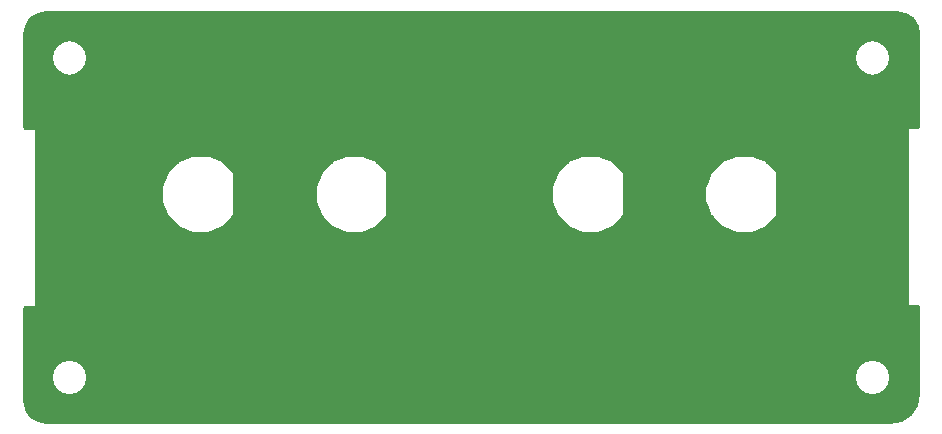
<source format=gtl>
G04 #@! TF.FileFunction,Copper,L1,Top,Signal*
%FSLAX46Y46*%
G04 Gerber Fmt 4.6, Leading zero omitted, Abs format (unit mm)*
G04 Created by KiCad (PCBNEW (2016-09-17 revision 679eef1)-makepkg) date 09/24/16 16:35:10*
%MOMM*%
%LPD*%
G01*
G04 APERTURE LIST*
%ADD10C,0.150000*%
%ADD11C,0.800000*%
%ADD12C,0.254000*%
G04 APERTURE END LIST*
D10*
D11*
X24230000Y-15530000D03*
X24745802Y-13605000D03*
X26155000Y-12195802D03*
X28080000Y-11680000D03*
X30005000Y-12195802D03*
X31414198Y-13605000D03*
X31930000Y-15530000D03*
X31414198Y-17455000D03*
X30005000Y-18864198D03*
X28080000Y-19380000D03*
X26155000Y-18864198D03*
X24745802Y-17455000D03*
X11230000Y-15530000D03*
X11745802Y-13605000D03*
X13155000Y-12195802D03*
X15080000Y-11680000D03*
X17005000Y-12195802D03*
X18414198Y-13605000D03*
X18930000Y-15530000D03*
X18414198Y-17455000D03*
X17005000Y-18864198D03*
X15080000Y-19380000D03*
X13155000Y-18864198D03*
X11745802Y-17455000D03*
X57230000Y-15530000D03*
X57745802Y-13605000D03*
X59155000Y-12195802D03*
X61080000Y-11680000D03*
X63005000Y-12195802D03*
X64414198Y-13605000D03*
X64930000Y-15530000D03*
X64414198Y-17455000D03*
X63005000Y-18864198D03*
X61080000Y-19380000D03*
X59155000Y-18864198D03*
X57745802Y-17455000D03*
X44230000Y-15530000D03*
X44745802Y-13605000D03*
X46155000Y-12195802D03*
X48080000Y-11680000D03*
X50005000Y-12195802D03*
X51414198Y-13605000D03*
X51930000Y-15530000D03*
X51414198Y-17455000D03*
X50005000Y-18864198D03*
X48080000Y-19380000D03*
X46155000Y-18864198D03*
X44745802Y-17455000D03*
D12*
G36*
X74701912Y-281292D02*
X75305443Y-684557D01*
X75708708Y-1288088D01*
X75853000Y-2013495D01*
X75853000Y-9706505D01*
X75838112Y-9781352D01*
X75803361Y-9833360D01*
X75751352Y-9868112D01*
X75676505Y-9883000D01*
X74999999Y-9883000D01*
X74947571Y-9893429D01*
X74903125Y-9923126D01*
X74873428Y-9967572D01*
X74862999Y-10020000D01*
X74863000Y-24860000D01*
X74873429Y-24912428D01*
X74903126Y-24956874D01*
X74947572Y-24986571D01*
X75000000Y-24997000D01*
X75676505Y-24997000D01*
X75751352Y-25011888D01*
X75803361Y-25046640D01*
X75838112Y-25098648D01*
X75853000Y-25173495D01*
X75853000Y-32486505D01*
X75671408Y-33399429D01*
X75161926Y-34161923D01*
X74399429Y-34671408D01*
X73486495Y-34853002D01*
X2013486Y-34862998D01*
X1288088Y-34718708D01*
X684557Y-34315443D01*
X281292Y-33711912D01*
X137000Y-32986505D01*
X137000Y-31035000D01*
X2408000Y-31035000D01*
X2524997Y-31623184D01*
X2858177Y-32121823D01*
X3356816Y-32455003D01*
X3945000Y-32572000D01*
X4533184Y-32455003D01*
X5031823Y-32121823D01*
X5365003Y-31623184D01*
X5477027Y-31060000D01*
X70383000Y-31060000D01*
X70499997Y-31648184D01*
X70833177Y-32146823D01*
X71331816Y-32480003D01*
X71920000Y-32597000D01*
X72508184Y-32480003D01*
X73006823Y-32146823D01*
X73340003Y-31648184D01*
X73457000Y-31060000D01*
X73340003Y-30471816D01*
X73006823Y-29973177D01*
X72508184Y-29639997D01*
X71920000Y-29523000D01*
X71331816Y-29639997D01*
X70833177Y-29973177D01*
X70499997Y-30471816D01*
X70383000Y-31060000D01*
X5477027Y-31060000D01*
X5482000Y-31035000D01*
X5365003Y-30446816D01*
X5031823Y-29948177D01*
X4533184Y-29614997D01*
X3945000Y-29498000D01*
X3356816Y-29614997D01*
X2858177Y-29948177D01*
X2524997Y-30446816D01*
X2408000Y-31035000D01*
X137000Y-31035000D01*
X137000Y-25273495D01*
X151888Y-25198648D01*
X186640Y-25146639D01*
X238648Y-25111888D01*
X313495Y-25097000D01*
X990000Y-25097000D01*
X1042428Y-25086571D01*
X1086874Y-25056874D01*
X1116571Y-25012428D01*
X1127000Y-24960000D01*
X1127000Y-16159117D01*
X11753948Y-16159117D01*
X11764297Y-16211561D01*
X12247882Y-17384054D01*
X12253586Y-17392618D01*
X12277513Y-17428545D01*
X13172980Y-18326727D01*
X13199562Y-18344546D01*
X13217381Y-18356492D01*
X14388404Y-18843624D01*
X14440816Y-18854132D01*
X15709117Y-18856052D01*
X15761561Y-18845703D01*
X16934054Y-18362118D01*
X16951839Y-18350272D01*
X16978545Y-18332487D01*
X17876727Y-17437020D01*
X17876785Y-17436933D01*
X17876874Y-17436874D01*
X17891838Y-17414477D01*
X17906492Y-17392618D01*
X17906513Y-17392515D01*
X17906571Y-17392428D01*
X17911748Y-17366403D01*
X17917000Y-17340207D01*
X17916979Y-17340103D01*
X17917000Y-17340000D01*
X17917000Y-16159117D01*
X24753948Y-16159117D01*
X24764297Y-16211561D01*
X25247882Y-17384054D01*
X25253586Y-17392618D01*
X25277513Y-17428545D01*
X26172980Y-18326727D01*
X26199562Y-18344546D01*
X26217381Y-18356492D01*
X27388404Y-18843624D01*
X27440816Y-18854132D01*
X28709117Y-18856052D01*
X28761561Y-18845703D01*
X29934054Y-18362118D01*
X29951839Y-18350272D01*
X29978545Y-18332487D01*
X30876727Y-17437020D01*
X30876785Y-17436933D01*
X30876874Y-17436874D01*
X30891838Y-17414477D01*
X30906492Y-17392618D01*
X30906513Y-17392515D01*
X30906571Y-17392428D01*
X30911748Y-17366403D01*
X30917000Y-17340207D01*
X30916979Y-17340103D01*
X30917000Y-17340000D01*
X30917000Y-16159117D01*
X44753948Y-16159117D01*
X44764297Y-16211561D01*
X45247882Y-17384054D01*
X45253586Y-17392618D01*
X45277513Y-17428545D01*
X46172980Y-18326727D01*
X46199562Y-18344546D01*
X46217381Y-18356492D01*
X47388404Y-18843624D01*
X47440816Y-18854132D01*
X48709117Y-18856052D01*
X48761561Y-18845703D01*
X49934054Y-18362118D01*
X49951839Y-18350272D01*
X49978545Y-18332487D01*
X50876727Y-17437020D01*
X50876785Y-17436933D01*
X50876874Y-17436874D01*
X50891838Y-17414477D01*
X50906492Y-17392618D01*
X50906513Y-17392515D01*
X50906571Y-17392428D01*
X50911748Y-17366403D01*
X50917000Y-17340207D01*
X50916979Y-17340103D01*
X50917000Y-17340000D01*
X50917000Y-16159117D01*
X57753948Y-16159117D01*
X57764297Y-16211561D01*
X58247882Y-17384054D01*
X58253586Y-17392618D01*
X58277513Y-17428545D01*
X59172980Y-18326727D01*
X59199562Y-18344546D01*
X59217381Y-18356492D01*
X60388404Y-18843624D01*
X60440816Y-18854132D01*
X61709117Y-18856052D01*
X61761561Y-18845703D01*
X62934054Y-18362118D01*
X62951839Y-18350272D01*
X62978545Y-18332487D01*
X63876727Y-17437020D01*
X63876785Y-17436933D01*
X63876874Y-17436874D01*
X63891838Y-17414477D01*
X63906492Y-17392618D01*
X63906513Y-17392515D01*
X63906571Y-17392428D01*
X63911748Y-17366403D01*
X63917000Y-17340207D01*
X63916979Y-17340103D01*
X63917000Y-17340000D01*
X63917000Y-13720000D01*
X63906571Y-13667572D01*
X63876874Y-13623126D01*
X62986874Y-12733126D01*
X62964560Y-12718217D01*
X62942619Y-12703508D01*
X61771596Y-12216376D01*
X61719184Y-12205868D01*
X60450883Y-12203948D01*
X60442239Y-12205654D01*
X60398439Y-12214297D01*
X59225946Y-12697882D01*
X59217499Y-12703508D01*
X59181455Y-12727513D01*
X58283273Y-13622980D01*
X58253508Y-13667381D01*
X57766376Y-14838404D01*
X57755868Y-14890816D01*
X57753948Y-16159117D01*
X50917000Y-16159117D01*
X50917000Y-13720000D01*
X50906571Y-13667572D01*
X50876874Y-13623126D01*
X49986874Y-12733126D01*
X49964560Y-12718217D01*
X49942619Y-12703508D01*
X48771596Y-12216376D01*
X48719184Y-12205868D01*
X47450883Y-12203948D01*
X47442239Y-12205654D01*
X47398439Y-12214297D01*
X46225946Y-12697882D01*
X46217499Y-12703508D01*
X46181455Y-12727513D01*
X45283273Y-13622980D01*
X45253508Y-13667381D01*
X44766376Y-14838404D01*
X44755868Y-14890816D01*
X44753948Y-16159117D01*
X30917000Y-16159117D01*
X30917000Y-13720000D01*
X30906571Y-13667572D01*
X30876874Y-13623126D01*
X29986874Y-12733126D01*
X29964560Y-12718217D01*
X29942619Y-12703508D01*
X28771596Y-12216376D01*
X28719184Y-12205868D01*
X27450883Y-12203948D01*
X27442239Y-12205654D01*
X27398439Y-12214297D01*
X26225946Y-12697882D01*
X26217499Y-12703508D01*
X26181455Y-12727513D01*
X25283273Y-13622980D01*
X25253508Y-13667381D01*
X24766376Y-14838404D01*
X24755868Y-14890816D01*
X24753948Y-16159117D01*
X17917000Y-16159117D01*
X17917000Y-13720000D01*
X17906571Y-13667572D01*
X17876874Y-13623126D01*
X16986874Y-12733126D01*
X16964560Y-12718217D01*
X16942619Y-12703508D01*
X15771596Y-12216376D01*
X15719184Y-12205868D01*
X14450883Y-12203948D01*
X14442239Y-12205654D01*
X14398439Y-12214297D01*
X13225946Y-12697882D01*
X13217499Y-12703508D01*
X13181455Y-12727513D01*
X12283273Y-13622980D01*
X12253508Y-13667381D01*
X11766376Y-14838404D01*
X11755868Y-14890816D01*
X11753948Y-16159117D01*
X1127000Y-16159117D01*
X1127000Y-10120000D01*
X1116571Y-10067572D01*
X1086874Y-10023126D01*
X1042428Y-9993429D01*
X990000Y-9983000D01*
X313495Y-9983000D01*
X238648Y-9968112D01*
X186640Y-9933361D01*
X151888Y-9881352D01*
X137000Y-9806505D01*
X137000Y-3985000D01*
X2408000Y-3985000D01*
X2524997Y-4573184D01*
X2858177Y-5071823D01*
X3356816Y-5405003D01*
X3945000Y-5522000D01*
X4533184Y-5405003D01*
X5031823Y-5071823D01*
X5365003Y-4573184D01*
X5482000Y-3985000D01*
X70408000Y-3985000D01*
X70524997Y-4573184D01*
X70858177Y-5071823D01*
X71356816Y-5405003D01*
X71945000Y-5522000D01*
X72533184Y-5405003D01*
X73031823Y-5071823D01*
X73365003Y-4573184D01*
X73482000Y-3985000D01*
X73365003Y-3396816D01*
X73031823Y-2898177D01*
X72533184Y-2564997D01*
X71945000Y-2448000D01*
X71356816Y-2564997D01*
X70858177Y-2898177D01*
X70524997Y-3396816D01*
X70408000Y-3985000D01*
X5482000Y-3985000D01*
X5365003Y-3396816D01*
X5031823Y-2898177D01*
X4533184Y-2564997D01*
X3945000Y-2448000D01*
X3356816Y-2564997D01*
X2858177Y-2898177D01*
X2524997Y-3396816D01*
X2408000Y-3985000D01*
X137000Y-3985000D01*
X137000Y-2013496D01*
X281292Y-1288089D01*
X684557Y-684558D01*
X1288085Y-281293D01*
X2013494Y-137000D01*
X73976505Y-137000D01*
X74701912Y-281292D01*
X74701912Y-281292D01*
G37*
X74701912Y-281292D02*
X75305443Y-684557D01*
X75708708Y-1288088D01*
X75853000Y-2013495D01*
X75853000Y-9706505D01*
X75838112Y-9781352D01*
X75803361Y-9833360D01*
X75751352Y-9868112D01*
X75676505Y-9883000D01*
X74999999Y-9883000D01*
X74947571Y-9893429D01*
X74903125Y-9923126D01*
X74873428Y-9967572D01*
X74862999Y-10020000D01*
X74863000Y-24860000D01*
X74873429Y-24912428D01*
X74903126Y-24956874D01*
X74947572Y-24986571D01*
X75000000Y-24997000D01*
X75676505Y-24997000D01*
X75751352Y-25011888D01*
X75803361Y-25046640D01*
X75838112Y-25098648D01*
X75853000Y-25173495D01*
X75853000Y-32486505D01*
X75671408Y-33399429D01*
X75161926Y-34161923D01*
X74399429Y-34671408D01*
X73486495Y-34853002D01*
X2013486Y-34862998D01*
X1288088Y-34718708D01*
X684557Y-34315443D01*
X281292Y-33711912D01*
X137000Y-32986505D01*
X137000Y-31035000D01*
X2408000Y-31035000D01*
X2524997Y-31623184D01*
X2858177Y-32121823D01*
X3356816Y-32455003D01*
X3945000Y-32572000D01*
X4533184Y-32455003D01*
X5031823Y-32121823D01*
X5365003Y-31623184D01*
X5477027Y-31060000D01*
X70383000Y-31060000D01*
X70499997Y-31648184D01*
X70833177Y-32146823D01*
X71331816Y-32480003D01*
X71920000Y-32597000D01*
X72508184Y-32480003D01*
X73006823Y-32146823D01*
X73340003Y-31648184D01*
X73457000Y-31060000D01*
X73340003Y-30471816D01*
X73006823Y-29973177D01*
X72508184Y-29639997D01*
X71920000Y-29523000D01*
X71331816Y-29639997D01*
X70833177Y-29973177D01*
X70499997Y-30471816D01*
X70383000Y-31060000D01*
X5477027Y-31060000D01*
X5482000Y-31035000D01*
X5365003Y-30446816D01*
X5031823Y-29948177D01*
X4533184Y-29614997D01*
X3945000Y-29498000D01*
X3356816Y-29614997D01*
X2858177Y-29948177D01*
X2524997Y-30446816D01*
X2408000Y-31035000D01*
X137000Y-31035000D01*
X137000Y-25273495D01*
X151888Y-25198648D01*
X186640Y-25146639D01*
X238648Y-25111888D01*
X313495Y-25097000D01*
X990000Y-25097000D01*
X1042428Y-25086571D01*
X1086874Y-25056874D01*
X1116571Y-25012428D01*
X1127000Y-24960000D01*
X1127000Y-16159117D01*
X11753948Y-16159117D01*
X11764297Y-16211561D01*
X12247882Y-17384054D01*
X12253586Y-17392618D01*
X12277513Y-17428545D01*
X13172980Y-18326727D01*
X13199562Y-18344546D01*
X13217381Y-18356492D01*
X14388404Y-18843624D01*
X14440816Y-18854132D01*
X15709117Y-18856052D01*
X15761561Y-18845703D01*
X16934054Y-18362118D01*
X16951839Y-18350272D01*
X16978545Y-18332487D01*
X17876727Y-17437020D01*
X17876785Y-17436933D01*
X17876874Y-17436874D01*
X17891838Y-17414477D01*
X17906492Y-17392618D01*
X17906513Y-17392515D01*
X17906571Y-17392428D01*
X17911748Y-17366403D01*
X17917000Y-17340207D01*
X17916979Y-17340103D01*
X17917000Y-17340000D01*
X17917000Y-16159117D01*
X24753948Y-16159117D01*
X24764297Y-16211561D01*
X25247882Y-17384054D01*
X25253586Y-17392618D01*
X25277513Y-17428545D01*
X26172980Y-18326727D01*
X26199562Y-18344546D01*
X26217381Y-18356492D01*
X27388404Y-18843624D01*
X27440816Y-18854132D01*
X28709117Y-18856052D01*
X28761561Y-18845703D01*
X29934054Y-18362118D01*
X29951839Y-18350272D01*
X29978545Y-18332487D01*
X30876727Y-17437020D01*
X30876785Y-17436933D01*
X30876874Y-17436874D01*
X30891838Y-17414477D01*
X30906492Y-17392618D01*
X30906513Y-17392515D01*
X30906571Y-17392428D01*
X30911748Y-17366403D01*
X30917000Y-17340207D01*
X30916979Y-17340103D01*
X30917000Y-17340000D01*
X30917000Y-16159117D01*
X44753948Y-16159117D01*
X44764297Y-16211561D01*
X45247882Y-17384054D01*
X45253586Y-17392618D01*
X45277513Y-17428545D01*
X46172980Y-18326727D01*
X46199562Y-18344546D01*
X46217381Y-18356492D01*
X47388404Y-18843624D01*
X47440816Y-18854132D01*
X48709117Y-18856052D01*
X48761561Y-18845703D01*
X49934054Y-18362118D01*
X49951839Y-18350272D01*
X49978545Y-18332487D01*
X50876727Y-17437020D01*
X50876785Y-17436933D01*
X50876874Y-17436874D01*
X50891838Y-17414477D01*
X50906492Y-17392618D01*
X50906513Y-17392515D01*
X50906571Y-17392428D01*
X50911748Y-17366403D01*
X50917000Y-17340207D01*
X50916979Y-17340103D01*
X50917000Y-17340000D01*
X50917000Y-16159117D01*
X57753948Y-16159117D01*
X57764297Y-16211561D01*
X58247882Y-17384054D01*
X58253586Y-17392618D01*
X58277513Y-17428545D01*
X59172980Y-18326727D01*
X59199562Y-18344546D01*
X59217381Y-18356492D01*
X60388404Y-18843624D01*
X60440816Y-18854132D01*
X61709117Y-18856052D01*
X61761561Y-18845703D01*
X62934054Y-18362118D01*
X62951839Y-18350272D01*
X62978545Y-18332487D01*
X63876727Y-17437020D01*
X63876785Y-17436933D01*
X63876874Y-17436874D01*
X63891838Y-17414477D01*
X63906492Y-17392618D01*
X63906513Y-17392515D01*
X63906571Y-17392428D01*
X63911748Y-17366403D01*
X63917000Y-17340207D01*
X63916979Y-17340103D01*
X63917000Y-17340000D01*
X63917000Y-13720000D01*
X63906571Y-13667572D01*
X63876874Y-13623126D01*
X62986874Y-12733126D01*
X62964560Y-12718217D01*
X62942619Y-12703508D01*
X61771596Y-12216376D01*
X61719184Y-12205868D01*
X60450883Y-12203948D01*
X60442239Y-12205654D01*
X60398439Y-12214297D01*
X59225946Y-12697882D01*
X59217499Y-12703508D01*
X59181455Y-12727513D01*
X58283273Y-13622980D01*
X58253508Y-13667381D01*
X57766376Y-14838404D01*
X57755868Y-14890816D01*
X57753948Y-16159117D01*
X50917000Y-16159117D01*
X50917000Y-13720000D01*
X50906571Y-13667572D01*
X50876874Y-13623126D01*
X49986874Y-12733126D01*
X49964560Y-12718217D01*
X49942619Y-12703508D01*
X48771596Y-12216376D01*
X48719184Y-12205868D01*
X47450883Y-12203948D01*
X47442239Y-12205654D01*
X47398439Y-12214297D01*
X46225946Y-12697882D01*
X46217499Y-12703508D01*
X46181455Y-12727513D01*
X45283273Y-13622980D01*
X45253508Y-13667381D01*
X44766376Y-14838404D01*
X44755868Y-14890816D01*
X44753948Y-16159117D01*
X30917000Y-16159117D01*
X30917000Y-13720000D01*
X30906571Y-13667572D01*
X30876874Y-13623126D01*
X29986874Y-12733126D01*
X29964560Y-12718217D01*
X29942619Y-12703508D01*
X28771596Y-12216376D01*
X28719184Y-12205868D01*
X27450883Y-12203948D01*
X27442239Y-12205654D01*
X27398439Y-12214297D01*
X26225946Y-12697882D01*
X26217499Y-12703508D01*
X26181455Y-12727513D01*
X25283273Y-13622980D01*
X25253508Y-13667381D01*
X24766376Y-14838404D01*
X24755868Y-14890816D01*
X24753948Y-16159117D01*
X17917000Y-16159117D01*
X17917000Y-13720000D01*
X17906571Y-13667572D01*
X17876874Y-13623126D01*
X16986874Y-12733126D01*
X16964560Y-12718217D01*
X16942619Y-12703508D01*
X15771596Y-12216376D01*
X15719184Y-12205868D01*
X14450883Y-12203948D01*
X14442239Y-12205654D01*
X14398439Y-12214297D01*
X13225946Y-12697882D01*
X13217499Y-12703508D01*
X13181455Y-12727513D01*
X12283273Y-13622980D01*
X12253508Y-13667381D01*
X11766376Y-14838404D01*
X11755868Y-14890816D01*
X11753948Y-16159117D01*
X1127000Y-16159117D01*
X1127000Y-10120000D01*
X1116571Y-10067572D01*
X1086874Y-10023126D01*
X1042428Y-9993429D01*
X990000Y-9983000D01*
X313495Y-9983000D01*
X238648Y-9968112D01*
X186640Y-9933361D01*
X151888Y-9881352D01*
X137000Y-9806505D01*
X137000Y-3985000D01*
X2408000Y-3985000D01*
X2524997Y-4573184D01*
X2858177Y-5071823D01*
X3356816Y-5405003D01*
X3945000Y-5522000D01*
X4533184Y-5405003D01*
X5031823Y-5071823D01*
X5365003Y-4573184D01*
X5482000Y-3985000D01*
X70408000Y-3985000D01*
X70524997Y-4573184D01*
X70858177Y-5071823D01*
X71356816Y-5405003D01*
X71945000Y-5522000D01*
X72533184Y-5405003D01*
X73031823Y-5071823D01*
X73365003Y-4573184D01*
X73482000Y-3985000D01*
X73365003Y-3396816D01*
X73031823Y-2898177D01*
X72533184Y-2564997D01*
X71945000Y-2448000D01*
X71356816Y-2564997D01*
X70858177Y-2898177D01*
X70524997Y-3396816D01*
X70408000Y-3985000D01*
X5482000Y-3985000D01*
X5365003Y-3396816D01*
X5031823Y-2898177D01*
X4533184Y-2564997D01*
X3945000Y-2448000D01*
X3356816Y-2564997D01*
X2858177Y-2898177D01*
X2524997Y-3396816D01*
X2408000Y-3985000D01*
X137000Y-3985000D01*
X137000Y-2013496D01*
X281292Y-1288089D01*
X684557Y-684558D01*
X1288085Y-281293D01*
X2013494Y-137000D01*
X73976505Y-137000D01*
X74701912Y-281292D01*
M02*

</source>
